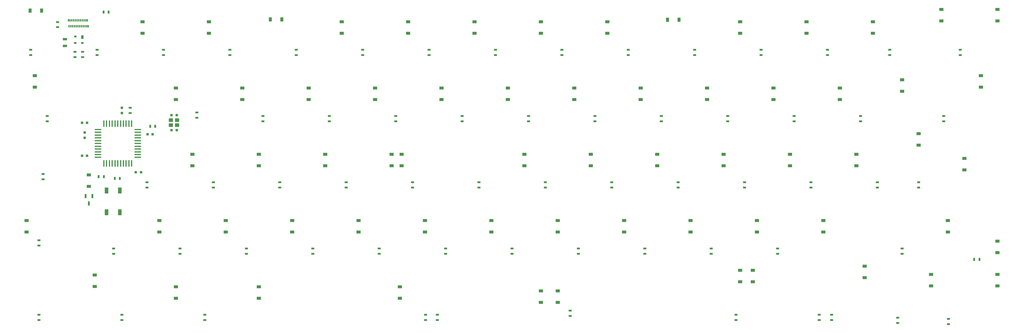
<source format=gbp>
G04 #@! TF.FileFunction,Paste,Bot*
%FSLAX46Y46*%
G04 Gerber Fmt 4.6, Leading zero omitted, Abs format (unit mm)*
G04 Created by KiCad (PCBNEW 4.0.7-e2-6376~58~ubuntu16.04.1) date Thu Jun 14 20:52:57 2018*
%MOMM*%
%LPD*%
G01*
G04 APERTURE LIST*
%ADD10C,0.100000*%
%ADD11R,0.300000X0.700000*%
%ADD12R,0.900000X0.500000*%
%ADD13R,0.500000X0.900000*%
%ADD14R,1.300000X0.700000*%
%ADD15R,1.200000X0.900000*%
%ADD16R,0.900000X1.200000*%
%ADD17R,1.150000X1.000000*%
%ADD18O,1.899920X0.406400*%
%ADD19O,0.406400X1.899920*%
%ADD20R,1.000000X1.700000*%
%ADD21R,0.700000X0.600000*%
%ADD22R,0.700000X1.000000*%
%ADD23R,0.800000X0.750000*%
%ADD24R,0.750000X0.800000*%
%ADD25R,0.600000X1.300000*%
G04 APERTURE END LIST*
D10*
D11*
X18192200Y88683600D03*
X17692200Y88683600D03*
X17192200Y88683600D03*
X16692200Y88683600D03*
X16192200Y88683600D03*
X15692200Y88683600D03*
X15192200Y88683600D03*
X18692200Y88683600D03*
X19192200Y88683600D03*
X20192200Y88683600D03*
X19692200Y88683600D03*
X20692200Y88683600D03*
X19442200Y86983600D03*
X18942200Y86983600D03*
X18442200Y86983600D03*
X17942200Y86983600D03*
X17442200Y86983600D03*
X19942200Y86983600D03*
X20442200Y86983600D03*
X20942200Y86983600D03*
X16942200Y86983600D03*
X16442200Y86983600D03*
X15942200Y86983600D03*
X15442200Y86983600D03*
D12*
X267741400Y1282000D03*
X267741400Y2782000D03*
X253136400Y3163000D03*
X253136400Y1663000D03*
X234165775Y2504375D03*
X234165775Y4004375D03*
X230593900Y2504375D03*
X230593900Y4004375D03*
X206781400Y2504375D03*
X206781400Y4004375D03*
X159156400Y3695000D03*
X159156400Y5195000D03*
X121056400Y2504375D03*
X121056400Y4004375D03*
X117678200Y2475800D03*
X117678200Y3975800D03*
X54381400Y2504375D03*
X54381400Y4004375D03*
X30568900Y2504375D03*
X30568900Y4004375D03*
X6756400Y2504375D03*
X6756400Y4004375D03*
D13*
X275087650Y19923125D03*
X276587650Y19923125D03*
D12*
X254406400Y21554375D03*
X254406400Y23054375D03*
X218687650Y21554375D03*
X218687650Y23054375D03*
X199637650Y21554375D03*
X199637650Y23054375D03*
X180587650Y21554375D03*
X180587650Y23054375D03*
X161537650Y21554375D03*
X161537650Y23054375D03*
X142487650Y21554375D03*
X142487650Y23054375D03*
X123437650Y21554375D03*
X123437650Y23054375D03*
X104387650Y21554375D03*
X104387650Y23054375D03*
X85337650Y21554375D03*
X85337650Y23054375D03*
X66287650Y21554375D03*
X66287650Y23054375D03*
X47237650Y21554375D03*
X47237650Y23054375D03*
X28187650Y21554375D03*
X28187650Y23054375D03*
X6756400Y23935625D03*
X6756400Y25435625D03*
X259168900Y40604375D03*
X259168900Y42104375D03*
X247262650Y40604375D03*
X247262650Y42104375D03*
X228212650Y40604375D03*
X228212650Y42104375D03*
X209162650Y40604375D03*
X209162650Y42104375D03*
X190112650Y40604375D03*
X190112650Y42104375D03*
X171062650Y40604375D03*
X171062650Y42104375D03*
X152012650Y40604375D03*
X152012650Y42104375D03*
X132962650Y40604375D03*
X132962650Y42104375D03*
X113912650Y40604375D03*
X113912650Y42104375D03*
X94862650Y40604375D03*
X94862650Y42104375D03*
X75812650Y40604375D03*
X75812650Y42104375D03*
X56762650Y40604375D03*
X56762650Y42104375D03*
X37712650Y40604375D03*
X37712650Y42104375D03*
X7947025Y42985625D03*
X7947025Y44485625D03*
X266312650Y59654375D03*
X266312650Y61154375D03*
X242500150Y59654375D03*
X242500150Y61154375D03*
X223450150Y59654375D03*
X223450150Y61154375D03*
X204400150Y59654375D03*
X204400150Y61154375D03*
X185350150Y59654375D03*
X185350150Y61154375D03*
X166300150Y59654375D03*
X166300150Y61154375D03*
X147250150Y59654375D03*
X147250150Y61154375D03*
X71050150Y59654375D03*
X71050150Y61154375D03*
X52070000Y60629800D03*
X52070000Y62129800D03*
X32950150Y62035625D03*
X32950150Y63535625D03*
X9137650Y59654375D03*
X9137650Y61154375D03*
X271075150Y78704375D03*
X271075150Y80204375D03*
X250834525Y78704375D03*
X250834525Y80204375D03*
X232975150Y78704375D03*
X232975150Y80204375D03*
X213925150Y78704375D03*
X213925150Y80204375D03*
X194875150Y78704375D03*
X194875150Y80204375D03*
X175825150Y78704375D03*
X175825150Y80204375D03*
X156775150Y78704375D03*
X156775150Y80204375D03*
X137725150Y78704375D03*
X137725150Y80204375D03*
X118675150Y78704375D03*
X118675150Y80204375D03*
X99625150Y78704375D03*
X99625150Y80204375D03*
X80575150Y78704375D03*
X80575150Y80204375D03*
X61525150Y78704375D03*
X61525150Y80204375D03*
X42475150Y78704375D03*
X42475150Y80204375D03*
X23425150Y78704375D03*
X23425150Y80204375D03*
X4375150Y78704375D03*
X4375150Y80204375D03*
D14*
X14231400Y81320000D03*
X14231400Y83220000D03*
D15*
X281790775Y12320000D03*
X281790775Y15620000D03*
X262740775Y12320000D03*
X262740775Y15620000D03*
X243690775Y14701250D03*
X243690775Y18001250D03*
X211543900Y13510625D03*
X211543900Y16810625D03*
X207972025Y13510625D03*
X207972025Y16810625D03*
X155584525Y7557500D03*
X155584525Y10857500D03*
X150822025Y7557500D03*
X150822025Y10857500D03*
X110340775Y8748125D03*
X110340775Y12048125D03*
X69859525Y8748125D03*
X69859525Y12048125D03*
X46047025Y8748125D03*
X46047025Y12048125D03*
X22733000Y12167600D03*
X22733000Y15467600D03*
X281790775Y21845000D03*
X281790775Y25145000D03*
X267503275Y27798125D03*
X267503275Y31098125D03*
X231784525Y27798125D03*
X231784525Y31098125D03*
X212734525Y27798125D03*
X212734525Y31098125D03*
X193684525Y27798125D03*
X193684525Y31098125D03*
X174634525Y27798125D03*
X174634525Y31098125D03*
X155584525Y27798125D03*
X155584525Y31098125D03*
X136534525Y27798125D03*
X136534525Y31098125D03*
X117484525Y27798125D03*
X117484525Y31098125D03*
X98434525Y27798125D03*
X98434525Y31098125D03*
X79384525Y27798125D03*
X79384525Y31098125D03*
X60334525Y27798125D03*
X60334525Y31098125D03*
X41284525Y27798125D03*
X41284525Y31098125D03*
X3184525Y27798125D03*
X3184525Y31098125D03*
X272265775Y45657500D03*
X272265775Y48957500D03*
X259168900Y52801250D03*
X259168900Y56101250D03*
X241309525Y46848125D03*
X241309525Y50148125D03*
X222259525Y46848125D03*
X222259525Y50148125D03*
X203209525Y46848125D03*
X203209525Y50148125D03*
X184159525Y46848125D03*
X184159525Y50148125D03*
X165109525Y46848125D03*
X165109525Y50148125D03*
X146059525Y46848125D03*
X146059525Y50148125D03*
X110832900Y46850300D03*
X110832900Y50150300D03*
X107959525Y46848125D03*
X107959525Y50148125D03*
X88909525Y46848125D03*
X88909525Y50148125D03*
X69859525Y46848125D03*
X69859525Y50148125D03*
X50809525Y46848125D03*
X50809525Y50148125D03*
X21043900Y40895000D03*
X21043900Y44195000D03*
X277028275Y69470000D03*
X277028275Y72770000D03*
X254406400Y68279375D03*
X254406400Y71579375D03*
X236547025Y65898125D03*
X236547025Y69198125D03*
X217497025Y65898125D03*
X217497025Y69198125D03*
X198447025Y65898125D03*
X198447025Y69198125D03*
X179397025Y65898125D03*
X179397025Y69198125D03*
X160347025Y65898125D03*
X160347025Y69198125D03*
X141297025Y65898125D03*
X141297025Y69198125D03*
X122247025Y65898125D03*
X122247025Y69198125D03*
X103197025Y65898125D03*
X103197025Y69198125D03*
X84147025Y65898125D03*
X84147025Y69198125D03*
X65097025Y65898125D03*
X65097025Y69198125D03*
X46047025Y65898125D03*
X46047025Y69198125D03*
X5565775Y69470000D03*
X5565775Y72770000D03*
X281790775Y88520000D03*
X281790775Y91820000D03*
X265709400Y88520000D03*
X265709400Y91820000D03*
X246072025Y84948125D03*
X246072025Y88248125D03*
X227022025Y84948125D03*
X227022025Y88248125D03*
X207972025Y84948125D03*
X207972025Y88248125D03*
D16*
X190421400Y88850000D03*
X187121400Y88850000D03*
D15*
X169872025Y84948125D03*
X169872025Y88248125D03*
X150822025Y84948125D03*
X150822025Y88248125D03*
X131772025Y84948125D03*
X131772025Y88248125D03*
X112722025Y84948125D03*
X112722025Y88248125D03*
X93672025Y84948125D03*
X93672025Y88248125D03*
D16*
X76431400Y88930000D03*
X73131400Y88930000D03*
D15*
X55572025Y84948125D03*
X55572025Y88248125D03*
X36522025Y84948125D03*
X36522025Y88248125D03*
D16*
X4217400Y91440000D03*
X7517400Y91440000D03*
D17*
X44641800Y59958200D03*
X46391800Y59958200D03*
X46391800Y58558200D03*
X44641800Y58558200D03*
D18*
X23663275Y53260625D03*
X23663275Y54060725D03*
X23663275Y54860825D03*
X23663275Y55660925D03*
X23663275Y56461025D03*
X23663275Y57261125D03*
X23663275Y52460525D03*
X23663275Y51660425D03*
X23663275Y50860325D03*
X23663275Y50060225D03*
X23663275Y49260125D03*
X35093275Y53260625D03*
X35093275Y54060725D03*
X35093275Y54860825D03*
X35093275Y55660925D03*
X35093275Y56461025D03*
X35093275Y57261125D03*
X35093275Y52460525D03*
X35093275Y51660425D03*
X35093275Y50860325D03*
X35093275Y50060225D03*
X35093275Y49260125D03*
D19*
X29378275Y58975625D03*
X29378275Y47545625D03*
X30178375Y58975625D03*
X30178375Y47545625D03*
X30978475Y47545625D03*
X30978475Y58975625D03*
X31778575Y58975625D03*
X31778575Y47545625D03*
X32578675Y47545625D03*
X32578675Y58975625D03*
X33378775Y58975625D03*
X33378775Y47545625D03*
X28578175Y47545625D03*
X28578175Y58975625D03*
X27778075Y58975625D03*
X27778075Y47545625D03*
X26977975Y47545625D03*
X26977975Y58975625D03*
X26177875Y58975625D03*
X26177875Y47545625D03*
X25377775Y47545625D03*
X25377775Y58975625D03*
D20*
X26192400Y39726000D03*
X26192400Y33426000D03*
X29992400Y39726000D03*
X29992400Y33426000D03*
D13*
X26781400Y91070000D03*
X25281400Y91070000D03*
D12*
X12065000Y88176800D03*
X12065000Y86676800D03*
X17131400Y78070000D03*
X17131400Y79570000D03*
X19281400Y78070000D03*
X19281400Y79570000D03*
D13*
X40145400Y58166000D03*
X38645400Y58166000D03*
X25365775Y43735625D03*
X23865775Y43735625D03*
X28485400Y43180000D03*
X29985400Y43180000D03*
D12*
X128200150Y59654375D03*
X128200150Y61154375D03*
X109150150Y59654375D03*
X109150150Y61154375D03*
X90100150Y59654375D03*
X90100150Y61154375D03*
D21*
X17181400Y82120000D03*
X19181400Y82120000D03*
X17181400Y84020000D03*
D22*
X19181400Y83820000D03*
D23*
X19103275Y59213750D03*
X20603275Y59213750D03*
X36031400Y45020000D03*
X34531400Y45020000D03*
X19103275Y49688750D03*
X20603275Y49688750D03*
D24*
X19853275Y54891875D03*
X19853275Y56391875D03*
D23*
X39383400Y55880000D03*
X37883400Y55880000D03*
D24*
X30568900Y63535625D03*
X30568900Y62035625D03*
D23*
X46292200Y61442600D03*
X44792200Y61442600D03*
X44817600Y57048400D03*
X46317600Y57048400D03*
D25*
X21107400Y36034000D03*
X22057400Y38134000D03*
X20157400Y38134000D03*
M02*

</source>
